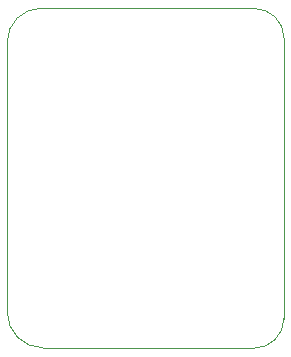
<source format=gm1>
G04 #@! TF.GenerationSoftware,KiCad,Pcbnew,8.0.8*
G04 #@! TF.CreationDate,2025-04-14T11:12:42+01:00*
G04 #@! TF.ProjectId,Bat-mon_v1-Sensor Shield,4261742d-6d6f-46e5-9f76-312d53656e73,rev?*
G04 #@! TF.SameCoordinates,Original*
G04 #@! TF.FileFunction,Profile,NP*
%FSLAX46Y46*%
G04 Gerber Fmt 4.6, Leading zero omitted, Abs format (unit mm)*
G04 Created by KiCad (PCBNEW 8.0.8) date 2025-04-14 11:12:42*
%MOMM*%
%LPD*%
G01*
G04 APERTURE LIST*
G04 #@! TA.AperFunction,Profile*
%ADD10C,0.050000*%
G04 #@! TD*
G04 APERTURE END LIST*
D10*
X96332243Y-68732243D02*
X96350000Y-45000000D01*
X96332243Y-68732243D02*
G75*
G02*
X93832243Y-71232243I-2500043J43D01*
G01*
X75750000Y-42450000D02*
X93750409Y-42463656D01*
X75921326Y-71200000D02*
G75*
G02*
X72921300Y-68200000I-26J3000000D01*
G01*
X72921326Y-68200000D02*
X72913813Y-45278676D01*
X72913813Y-45278676D02*
G75*
G02*
X75750000Y-42450047I2857287J-28724D01*
G01*
X75921326Y-71200000D02*
X93832243Y-71232243D01*
X93750409Y-42463656D02*
G75*
G02*
X96350038Y-45000000I75491J-2523044D01*
G01*
M02*

</source>
